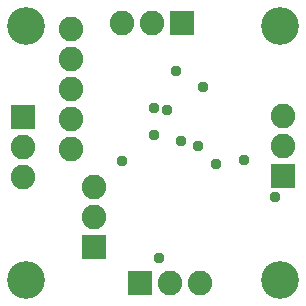
<source format=gbs>
G75*
%MOIN*%
%OFA0B0*%
%FSLAX25Y25*%
%IPPOS*%
%LPD*%
%AMOC8*
5,1,8,0,0,1.08239X$1,22.5*
%
%ADD10C,0.12611*%
%ADD11R,0.08200X0.08200*%
%ADD12C,0.08200*%
%ADD13C,0.03778*%
D10*
X0010158Y0010158D03*
X0010158Y0094804D03*
X0094804Y0094804D03*
X0094804Y0010158D03*
D11*
X0095788Y0044607D03*
X0048229Y0009174D03*
X0032796Y0020985D03*
X0009174Y0064292D03*
X0062245Y0095788D03*
D12*
X0052245Y0095788D03*
X0042245Y0095788D03*
X0024922Y0093859D03*
X0024922Y0083859D03*
X0024922Y0073859D03*
X0024922Y0063859D03*
X0024922Y0053859D03*
X0032796Y0040985D03*
X0032796Y0030985D03*
X0009174Y0044292D03*
X0009174Y0054292D03*
X0058229Y0009174D03*
X0068229Y0009174D03*
X0095788Y0054607D03*
X0095788Y0064607D03*
D13*
X0082796Y0050119D03*
X0073300Y0048700D03*
X0067300Y0054700D03*
X0061900Y0056500D03*
X0052900Y0058300D03*
X0057100Y0066700D03*
X0052900Y0067300D03*
X0060100Y0079900D03*
X0069100Y0074500D03*
X0042100Y0049900D03*
X0054450Y0017442D03*
X0093100Y0037900D03*
M02*

</source>
